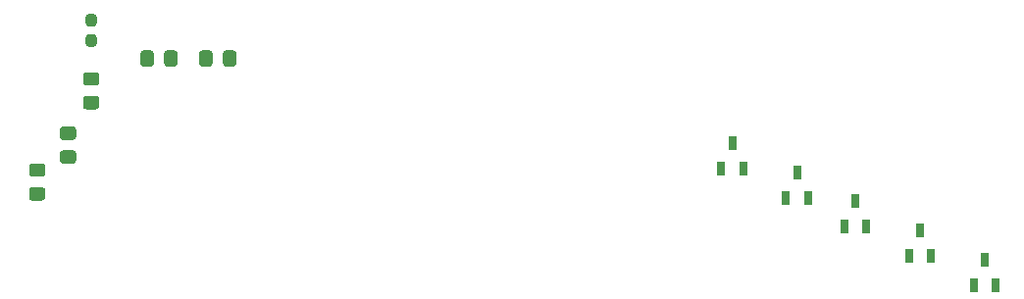
<source format=gbr>
%TF.GenerationSoftware,KiCad,Pcbnew,5.1.6+dfsg1-1*%
%TF.CreationDate,2021-03-04T16:54:05+01:00*%
%TF.ProjectId,pcb_robot_2021A,7063625f-726f-4626-9f74-5f3230323141,2.0*%
%TF.SameCoordinates,Original*%
%TF.FileFunction,Paste,Top*%
%TF.FilePolarity,Positive*%
%FSLAX46Y46*%
G04 Gerber Fmt 4.6, Leading zero omitted, Abs format (unit mm)*
G04 Created by KiCad (PCBNEW 5.1.6+dfsg1-1) date 2021-03-04 16:54:05*
%MOMM*%
%LPD*%
G01*
G04 APERTURE LIST*
%ADD10R,0.800000X1.200000*%
G04 APERTURE END LIST*
%TO.C,R1*%
G36*
G01*
X116262999Y-65846000D02*
X117163001Y-65846000D01*
G75*
G02*
X117413000Y-66095999I0J-249999D01*
G01*
X117413000Y-66746001D01*
G75*
G02*
X117163001Y-66996000I-249999J0D01*
G01*
X116262999Y-66996000D01*
G75*
G02*
X116013000Y-66746001I0J249999D01*
G01*
X116013000Y-66095999D01*
G75*
G02*
X116262999Y-65846000I249999J0D01*
G01*
G37*
G36*
G01*
X116262999Y-63796000D02*
X117163001Y-63796000D01*
G75*
G02*
X117413000Y-64045999I0J-249999D01*
G01*
X117413000Y-64696001D01*
G75*
G02*
X117163001Y-64946000I-249999J0D01*
G01*
X116262999Y-64946000D01*
G75*
G02*
X116013000Y-64696001I0J249999D01*
G01*
X116013000Y-64045999D01*
G75*
G02*
X116262999Y-63796000I249999J0D01*
G01*
G37*
%TD*%
D10*
%TO.C,U6*%
X189294000Y-74930000D03*
X191194000Y-74930000D03*
X190244000Y-72730000D03*
%TD*%
%TO.C,U7*%
X194882000Y-77470000D03*
X196782000Y-77470000D03*
X195832000Y-75270000D03*
%TD*%
%TO.C,U3*%
X173104000Y-67394000D03*
X175004000Y-67394000D03*
X174054000Y-65194000D03*
%TD*%
%TO.C,U5*%
X183706000Y-72390000D03*
X185606000Y-72390000D03*
X184656000Y-70190000D03*
%TD*%
%TO.C,U4*%
X178692000Y-69934000D03*
X180592000Y-69934000D03*
X179642000Y-67734000D03*
%TD*%
%TO.C,R3*%
G36*
G01*
X119162001Y-60256000D02*
X118261999Y-60256000D01*
G75*
G02*
X118012000Y-60006001I0J249999D01*
G01*
X118012000Y-59355999D01*
G75*
G02*
X118261999Y-59106000I249999J0D01*
G01*
X119162001Y-59106000D01*
G75*
G02*
X119412000Y-59355999I0J-249999D01*
G01*
X119412000Y-60006001D01*
G75*
G02*
X119162001Y-60256000I-249999J0D01*
G01*
G37*
G36*
G01*
X119162001Y-62306000D02*
X118261999Y-62306000D01*
G75*
G02*
X118012000Y-62056001I0J249999D01*
G01*
X118012000Y-61405999D01*
G75*
G02*
X118261999Y-61156000I249999J0D01*
G01*
X119162001Y-61156000D01*
G75*
G02*
X119412000Y-61405999I0J-249999D01*
G01*
X119412000Y-62056001D01*
G75*
G02*
X119162001Y-62306000I-249999J0D01*
G01*
G37*
%TD*%
%TO.C,R2*%
G36*
G01*
X114496001Y-68130000D02*
X113595999Y-68130000D01*
G75*
G02*
X113346000Y-67880001I0J249999D01*
G01*
X113346000Y-67229999D01*
G75*
G02*
X113595999Y-66980000I249999J0D01*
G01*
X114496001Y-66980000D01*
G75*
G02*
X114746000Y-67229999I0J-249999D01*
G01*
X114746000Y-67880001D01*
G75*
G02*
X114496001Y-68130000I-249999J0D01*
G01*
G37*
G36*
G01*
X114496001Y-70180000D02*
X113595999Y-70180000D01*
G75*
G02*
X113346000Y-69930001I0J249999D01*
G01*
X113346000Y-69279999D01*
G75*
G02*
X113595999Y-69030000I249999J0D01*
G01*
X114496001Y-69030000D01*
G75*
G02*
X114746000Y-69279999I0J-249999D01*
G01*
X114746000Y-69930001D01*
G75*
G02*
X114496001Y-70180000I-249999J0D01*
G01*
G37*
%TD*%
%TO.C,D1*%
G36*
G01*
X118474500Y-55835000D02*
X118949500Y-55835000D01*
G75*
G02*
X119187000Y-56072500I0J-237500D01*
G01*
X119187000Y-56647500D01*
G75*
G02*
X118949500Y-56885000I-237500J0D01*
G01*
X118474500Y-56885000D01*
G75*
G02*
X118237000Y-56647500I0J237500D01*
G01*
X118237000Y-56072500D01*
G75*
G02*
X118474500Y-55835000I237500J0D01*
G01*
G37*
G36*
G01*
X118474500Y-54085000D02*
X118949500Y-54085000D01*
G75*
G02*
X119187000Y-54322500I0J-237500D01*
G01*
X119187000Y-54897500D01*
G75*
G02*
X118949500Y-55135000I-237500J0D01*
G01*
X118474500Y-55135000D01*
G75*
G02*
X118237000Y-54897500I0J237500D01*
G01*
X118237000Y-54322500D01*
G75*
G02*
X118474500Y-54085000I237500J0D01*
G01*
G37*
%TD*%
%TO.C,C2*%
G36*
G01*
X130084000Y-58362001D02*
X130084000Y-57461999D01*
G75*
G02*
X130333999Y-57212000I249999J0D01*
G01*
X130984001Y-57212000D01*
G75*
G02*
X131234000Y-57461999I0J-249999D01*
G01*
X131234000Y-58362001D01*
G75*
G02*
X130984001Y-58612000I-249999J0D01*
G01*
X130333999Y-58612000D01*
G75*
G02*
X130084000Y-58362001I0J249999D01*
G01*
G37*
G36*
G01*
X128034000Y-58362001D02*
X128034000Y-57461999D01*
G75*
G02*
X128283999Y-57212000I249999J0D01*
G01*
X128934001Y-57212000D01*
G75*
G02*
X129184000Y-57461999I0J-249999D01*
G01*
X129184000Y-58362001D01*
G75*
G02*
X128934001Y-58612000I-249999J0D01*
G01*
X128283999Y-58612000D01*
G75*
G02*
X128034000Y-58362001I0J249999D01*
G01*
G37*
%TD*%
%TO.C,C1*%
G36*
G01*
X125013000Y-58362001D02*
X125013000Y-57461999D01*
G75*
G02*
X125262999Y-57212000I249999J0D01*
G01*
X125913001Y-57212000D01*
G75*
G02*
X126163000Y-57461999I0J-249999D01*
G01*
X126163000Y-58362001D01*
G75*
G02*
X125913001Y-58612000I-249999J0D01*
G01*
X125262999Y-58612000D01*
G75*
G02*
X125013000Y-58362001I0J249999D01*
G01*
G37*
G36*
G01*
X122963000Y-58362001D02*
X122963000Y-57461999D01*
G75*
G02*
X123212999Y-57212000I249999J0D01*
G01*
X123863001Y-57212000D01*
G75*
G02*
X124113000Y-57461999I0J-249999D01*
G01*
X124113000Y-58362001D01*
G75*
G02*
X123863001Y-58612000I-249999J0D01*
G01*
X123212999Y-58612000D01*
G75*
G02*
X122963000Y-58362001I0J249999D01*
G01*
G37*
%TD*%
M02*

</source>
